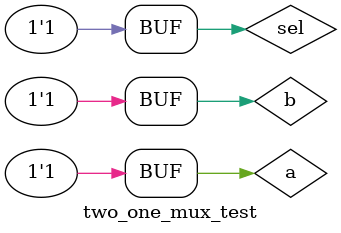
<source format=v>
`timescale 1ns / 1ps


module two_one_mux_test;

	// Inputs
	reg a;
	reg b;
	reg sel;

	// Outputs
	wire op;

	// Instantiate the Unit Under Test (UUT)
	two_one_mux uut (
		.op(op), 
		.a(a), 
		.b(b), 
		.sel(sel)
	);

	initial begin
		// Initialize Inputs
		a = 0;
		b = 0;
		sel = 0;
		// Wait 10 ns for global reset to finish
		#20;
      repeat(7)
		begin
		#20;
		sel = sel^(a&b);
		a = a^(b);
		b = b^1;
		end
	end
      
endmodule


</source>
